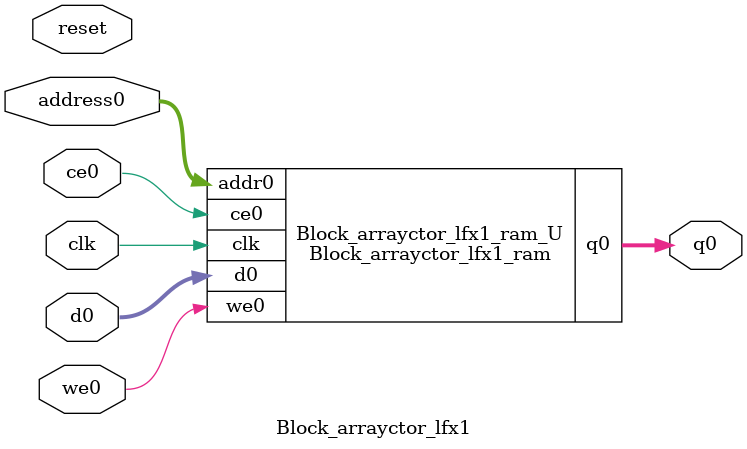
<source format=v>
`timescale 1 ns / 1 ps
module Block_arrayctor_lfx1_ram (addr0, ce0, d0, we0, q0,  clk);

parameter DWIDTH = 5;
parameter AWIDTH = 14;
parameter MEM_SIZE = 13284;

input[AWIDTH-1:0] addr0;
input ce0;
input[DWIDTH-1:0] d0;
input we0;
output reg[DWIDTH-1:0] q0;
input clk;

(* ram_style = "block" *)reg [DWIDTH-1:0] ram[0:MEM_SIZE-1];




always @(posedge clk)  
begin 
    if (ce0) begin
        if (we0) 
            ram[addr0] <= d0; 
        q0 <= ram[addr0];
    end
end


endmodule

`timescale 1 ns / 1 ps
module Block_arrayctor_lfx1(
    reset,
    clk,
    address0,
    ce0,
    we0,
    d0,
    q0);

parameter DataWidth = 32'd5;
parameter AddressRange = 32'd13284;
parameter AddressWidth = 32'd14;
input reset;
input clk;
input[AddressWidth - 1:0] address0;
input ce0;
input we0;
input[DataWidth - 1:0] d0;
output[DataWidth - 1:0] q0;



Block_arrayctor_lfx1_ram Block_arrayctor_lfx1_ram_U(
    .clk( clk ),
    .addr0( address0 ),
    .ce0( ce0 ),
    .we0( we0 ),
    .d0( d0 ),
    .q0( q0 ));

endmodule


</source>
